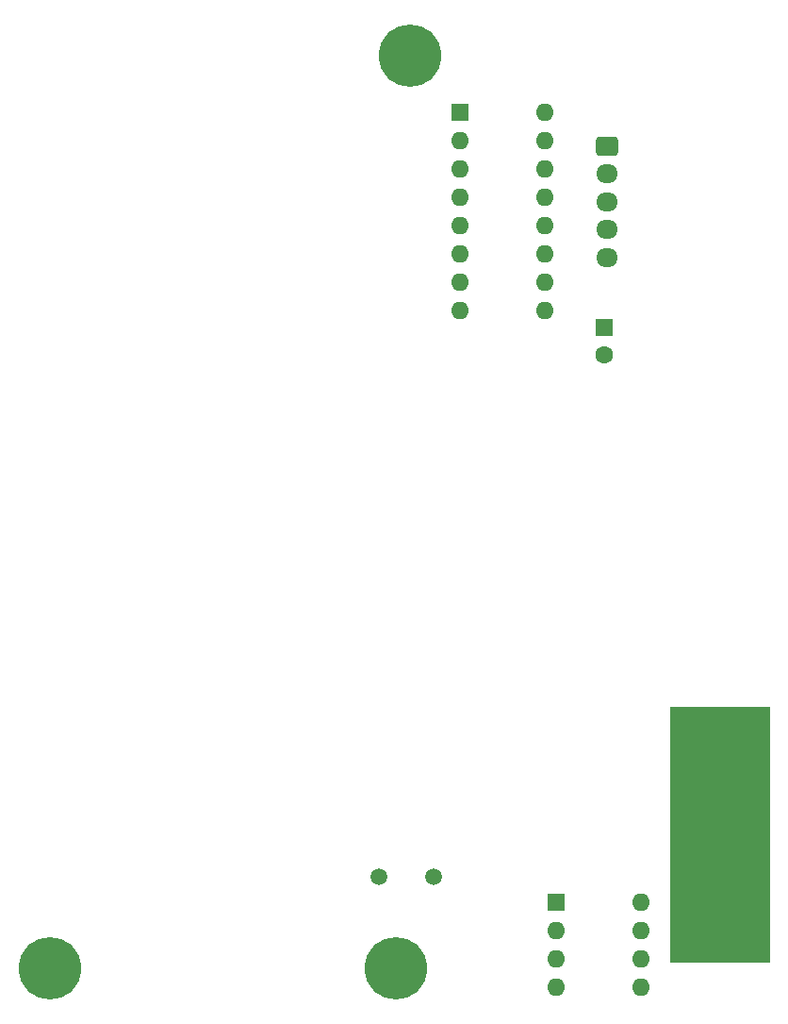
<source format=gbr>
%TF.GenerationSoftware,KiCad,Pcbnew,9.0.4-9.0.4-0~ubuntu22.04.1*%
%TF.CreationDate,2025-10-10T14:21:56+02:00*%
%TF.ProjectId,ModuleController,4d6f6475-6c65-4436-9f6e-74726f6c6c65,rev?*%
%TF.SameCoordinates,Original*%
%TF.FileFunction,Soldermask,Bot*%
%TF.FilePolarity,Negative*%
%FSLAX46Y46*%
G04 Gerber Fmt 4.6, Leading zero omitted, Abs format (unit mm)*
G04 Created by KiCad (PCBNEW 9.0.4-9.0.4-0~ubuntu22.04.1) date 2025-10-10 14:21:56*
%MOMM*%
%LPD*%
G01*
G04 APERTURE LIST*
G04 Aperture macros list*
%AMRoundRect*
0 Rectangle with rounded corners*
0 $1 Rounding radius*
0 $2 $3 $4 $5 $6 $7 $8 $9 X,Y pos of 4 corners*
0 Add a 4 corners polygon primitive as box body*
4,1,4,$2,$3,$4,$5,$6,$7,$8,$9,$2,$3,0*
0 Add four circle primitives for the rounded corners*
1,1,$1+$1,$2,$3*
1,1,$1+$1,$4,$5*
1,1,$1+$1,$6,$7*
1,1,$1+$1,$8,$9*
0 Add four rect primitives between the rounded corners*
20,1,$1+$1,$2,$3,$4,$5,0*
20,1,$1+$1,$4,$5,$6,$7,0*
20,1,$1+$1,$6,$7,$8,$9,0*
20,1,$1+$1,$8,$9,$2,$3,0*%
G04 Aperture macros list end*
%ADD10C,0.100000*%
%ADD11C,1.500000*%
%ADD12RoundRect,0.900000X3.384000X-1.132000X3.384000X1.132000X-3.384000X1.132000X-3.384000X-1.132000X0*%
%ADD13O,8.500000X1.524000*%
%ADD14R,1.600000X1.600000*%
%ADD15C,1.600000*%
%ADD16O,1.600000X1.600000*%
%ADD17C,5.600000*%
%ADD18RoundRect,0.250000X-0.725000X0.600000X-0.725000X-0.600000X0.725000X-0.600000X0.725000X0.600000X0*%
%ADD19O,1.950000X1.700000*%
G04 APERTURE END LIST*
%TO.C,J6*%
D10*
X145857000Y-121920000D02*
X154747000Y-121920000D01*
X154747000Y-99060000D01*
X145857000Y-99060000D01*
X145857000Y-121920000D01*
G36*
X145857000Y-121920000D02*
G01*
X154747000Y-121920000D01*
X154747000Y-99060000D01*
X145857000Y-99060000D01*
X145857000Y-121920000D01*
G37*
%TD*%
D11*
%TO.C,Y1*%
X119724000Y-114300000D03*
X124604000Y-114300000D03*
%TD*%
D12*
%TO.C,J6*%
X150209000Y-102870000D03*
D13*
X150175000Y-119380000D03*
X150175000Y-116840000D03*
X150175000Y-114300000D03*
X150175000Y-111760000D03*
X150175000Y-109220000D03*
X150175000Y-106680000D03*
D12*
X150209000Y-102870000D03*
%TD*%
D14*
%TO.C,C1*%
X139954000Y-65024000D03*
D15*
X139954000Y-67524000D03*
%TD*%
D14*
%TO.C,U1*%
X127000000Y-45720000D03*
D16*
X127000000Y-48260000D03*
X127000000Y-50800000D03*
X127000000Y-53340000D03*
X127000000Y-55880000D03*
X127000000Y-58420000D03*
X127000000Y-60960000D03*
X127000000Y-63500000D03*
X134620000Y-63500000D03*
X134620000Y-60960000D03*
X134620000Y-58420000D03*
X134620000Y-55880000D03*
X134620000Y-53340000D03*
X134620000Y-50800000D03*
X134620000Y-48260000D03*
X134620000Y-45720000D03*
%TD*%
D17*
%TO.C,H3*%
X122555000Y-40640000D03*
%TD*%
%TO.C,H1*%
X121285000Y-122555000D03*
%TD*%
D14*
%TO.C,U3*%
X135646000Y-116596000D03*
D16*
X135646000Y-119136000D03*
X135646000Y-121676000D03*
X135646000Y-124216000D03*
X143266000Y-124216000D03*
X143266000Y-121676000D03*
X143266000Y-119136000D03*
X143266000Y-116596000D03*
%TD*%
D18*
%TO.C,J1*%
X140208000Y-48768000D03*
D19*
X140208000Y-51268000D03*
X140208000Y-53768000D03*
X140208000Y-56268000D03*
X140208000Y-58768000D03*
%TD*%
D17*
%TO.C,H2*%
X90170000Y-122555000D03*
%TD*%
M02*

</source>
